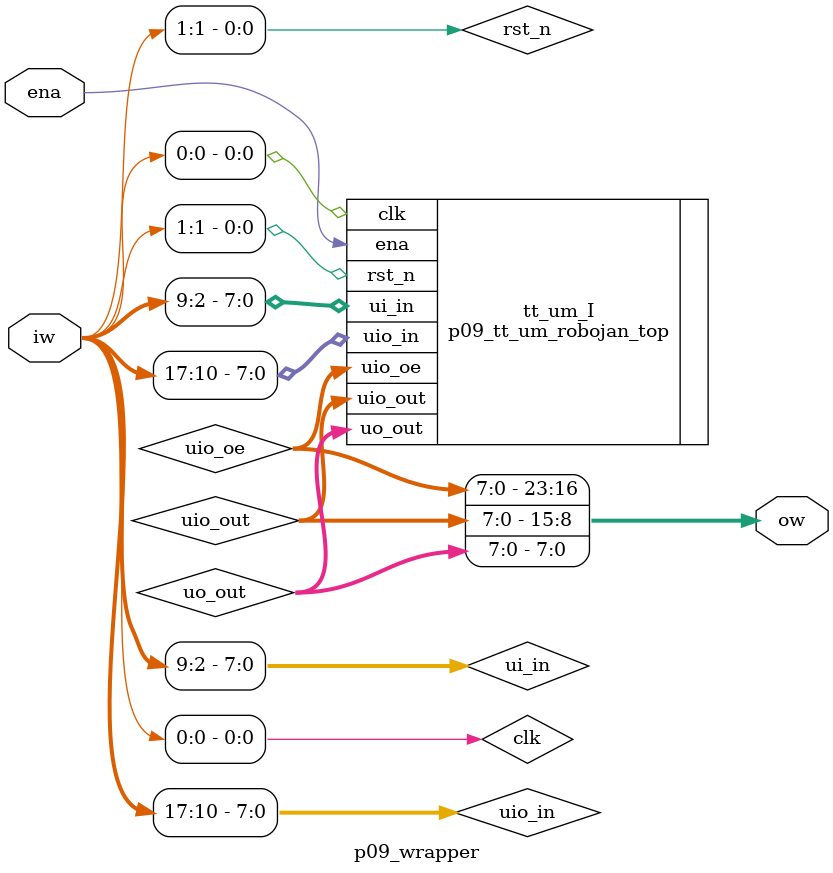
<source format=v>
`default_nettype none

module p09_wrapper (
  input wire ena,
  input wire [17:0] iw,
  output wire [23:0] ow
);

wire [7:0] uio_in;
wire [7:0] uio_out;
wire [7:0] uio_oe;
wire [7:0] uo_out;
wire [7:0] ui_in;
wire clk;
wire rst_n;

assign { uio_in, ui_in, rst_n, clk} = iw;
assign ow = { uio_oe, uio_out, uo_out };

p09_tt_um_robojan_top tt_um_I (
  .uio_in  (uio_in),
  .uio_out (uio_out),
  .uio_oe  (uio_oe),
  .uo_out  (uo_out),
  .ui_in   (ui_in),
  .ena     (ena),
  .clk     (clk),
  .rst_n   (rst_n)
);

endmodule

</source>
